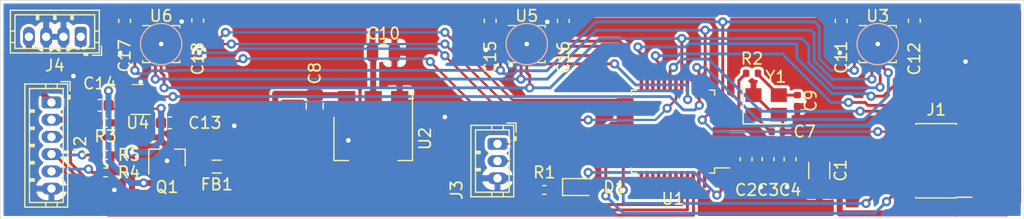
<source format=kicad_pcb>
(kicad_pcb (version 20171130) (host pcbnew "(5.1.10)-1")
  (layers (0 F.Cu signal) (31 B.Cu signal) (34 B.Paste user) (35 F.Paste user) (36 B.SilkS user) (37 F.SilkS user) (38 B.Mask user) (39 F.Mask user) (44 Edge.Cuts user))
  (net 0 "")
  (net 1 +3V3)
  (net 2 GND)
  (net 3 HSE_IN)
  (net 4 +5V)
  (net 5 "Net-(C9-Pad1)")
  (net 6 "Net-(D1-Pad1)")
  (net 7 STATUS_LED)
  (net 8 "Net-(FB1-Pad2)")
  (net 9 SWDIO)
  (net 10 SWCLK)
  (net 11 NRST)
  (net 12 VDC)
  (net 13 HIT_INT)
  (net 14 HIT_SCL)
  (net 15 HIT_SDA)
  (net 16 DBG_TX)
  (net 17 DBG_RX)
  (net 18 LED_DATA_5V)
  (net 19 HSE_OUT)
  (net 20 "Net-(R3-Pad1)")
  (net 21 KX_SCLK)
  (net 22 KX_MOSI)
  (net 23 KX1_CS)
  (net 24 LED_DATA_3V3)
  (net 25 KX2_CS)
  (net 26 KX_MISO)
  (net 27 KX3_CS)
  (net 28 KX1_TRIG)
  (net 29 KX1_INT1)
  (net 30 KX1_INT2)
  (net 31 KX2_TRIG)
  (net 32 KX2_INT1)
  (net 33 KX2_INT2)
  (net 34 KX3_TRIG)
  (net 35 KX3_INT1)
  (net 36 KX3_INT2)
  (net 37 +12V)
  (module Package_DFN_QFN:Texas_R_PUQFN-N12 (layer F.Cu) (at 112.268 108.966 180)
    (fp_text reference U4 (at 0 -2.032 180) (layer F.SilkS))
    (fp_text value TXB0104RUT)
    (pad 1 smd rect (at -0.65 -0.8 90) (size 0.2 0.6) (layers F.Cu F.Paste F.Mask) (net 1 +3V3))
    (pad 2 smd rect (at -0.65 -0.4 90) (size 0.2 0.6) (layers F.Cu F.Paste F.Mask) (net 24 LED_DATA_3V3))
    (pad 3 smd rect (at -0.65 0 90) (size 0.2 0.6) (layers F.Cu F.Paste F.Mask))
    (pad 4 smd rect (at -0.65 0.4 90) (size 0.2 0.6) (layers F.Cu F.Paste F.Mask))
    (pad 5 smd rect (at -0.65 0.8 90) (size 0.2 0.6) (layers F.Cu F.Paste F.Mask))
    (pad 6 smd rect (at 0 0.8 90) (size 0.6 0.2) (layers F.Cu F.Paste F.Mask) (net 2 GND))
    (pad 7 smd rect (at 0.65 0.8 90) (size 0.2 0.6) (layers F.Cu F.Paste F.Mask))
    (pad 8 smd rect (at 0.65 0.4 90) (size 0.2 0.6) (layers F.Cu F.Paste F.Mask))
    (pad 9 smd rect (at 0.65 0 90) (size 0.2 0.6) (layers F.Cu F.Paste F.Mask))
    (pad 10 smd rect (at 0.65 -0.4 90) (size 0.2 0.6) (layers F.Cu F.Paste F.Mask) (net 18 LED_DATA_5V))
    (pad 11 smd rect (at 0.65 -0.8 90) (size 0.2 0.6) (layers F.Cu F.Paste F.Mask) (net 4 +5V))
    (pad 12 smd rect (at 0 -0.8 90) (size 0.6 0.2) (layers F.Cu F.Paste F.Mask) (net 20 "Net-(R3-Pad1)"))
  )
  (module Capacitor_SMD:C_1206_3216Metric (layer F.Cu) (at 171.45 115.14 270)
    (fp_text reference C1 (at 0 -1.85 90) (layer F.SilkS))
    (fp_text value 4u7)
    (pad 1 smd roundrect (at -1.475 0 270) (size 1.15 1.8) (layers F.Cu F.Paste F.Mask) (roundrect_rratio 0.217391) (net 1 +3V3))
    (pad 2 smd roundrect (at 1.475 0 270) (size 1.15 1.8) (layers F.Cu F.Paste F.Mask) (roundrect_rratio 0.217391) (net 2 GND))
  )
  (module Capacitor_SMD:C_0603_1608Metric (layer F.Cu) (at 165.1 114.16 270)
    (fp_text reference C2 (at 2.68 0) (layer F.SilkS))
    (fp_text value 100n)
    (pad 2 smd roundrect (at 0.775 0 270) (size 0.9 0.95) (layers F.Cu F.Paste F.Mask) (net 2 GND))
    (pad 1 smd roundrect (at -0.775 0 270) (size 0.9 0.95) (layers F.Cu F.Paste F.Mask) (net 1 +3V3))
  )
  (module Capacitor_SMD:C_0603_1608Metric (layer F.Cu) (at 167.005 114.16 270)
    (fp_text reference C3 (at 2.68 0 180) (layer F.SilkS))
    (fp_text value 100n)
    (pad 1 smd roundrect (at -0.775 0 270) (size 0.9 0.95) (layers F.Cu F.Paste F.Mask) (net 1 +3V3))
    (pad 2 smd roundrect (at 0.775 0 270) (size 0.9 0.95) (layers F.Cu F.Paste F.Mask) (net 2 GND))
  )
  (module Capacitor_SMD:C_0603_1608Metric (layer F.Cu) (at 168.91 114.16 270)
    (fp_text reference C4 (at 2.68 0) (layer F.SilkS))
    (fp_text value 100n)
    (pad 2 smd roundrect (at 0.775 0 270) (size 0.9 0.95) (layers F.Cu F.Paste F.Mask) (net 2 GND))
    (pad 1 smd roundrect (at -0.775 0 270) (size 0.9 0.95) (layers F.Cu F.Paste F.Mask) (net 1 +3V3))
  )
  (module Capacitor_SMD:C_0402_1005Metric (layer F.Cu) (at 167.795 111.76)
    (fp_text reference C7 (at 2.385 0) (layer F.SilkS))
    (fp_text value 12p)
    (pad 1 smd roundrect (at -0.48 0) (size 0.56 0.62) (layers F.Cu F.Paste F.Mask) (net 3 HSE_IN))
    (pad 2 smd roundrect (at 0.48 0) (size 0.56 0.62) (layers F.Cu F.Paste F.Mask) (net 2 GND))
  )
  (module Capacitor_SMD:C_0805_2012Metric (layer F.Cu) (at 127.635 109.535 270)
    (fp_text reference C8 (at -2.855 0 90) (layer F.SilkS))
    (fp_text value 10u)
    (pad 1 smd roundrect (at -0.95 0 270) (size 1 1.45) (layers F.Cu F.Paste F.Mask) (net 4 +5V))
    (pad 2 smd roundrect (at 0.95 0 270) (size 1 1.45) (layers F.Cu F.Paste F.Mask) (net 2 GND))
  )
  (module Capacitor_SMD:C_0402_1005Metric (layer F.Cu) (at 169.545 109.065 270)
    (fp_text reference C9 (at 0 -1.16 90) (layer F.SilkS))
    (fp_text value 12p)
    (pad 2 smd roundrect (at 0.48 0 270) (size 0.56 0.62) (layers F.Cu F.Paste F.Mask) (net 2 GND))
    (pad 1 smd roundrect (at -0.48 0 270) (size 0.56 0.62) (layers F.Cu F.Paste F.Mask) (net 5 "Net-(C9-Pad1)"))
  )
  (module Capacitor_SMD:C_0805_2012Metric (layer F.Cu) (at 133.604 104.902)
    (fp_text reference C10 (at 0 -1.68) (layer F.SilkS))
    (fp_text value 10u)
    (pad 2 smd roundrect (at 0.95 0) (size 1 1.45) (layers F.Cu F.Paste F.Mask) (net 2 GND))
    (pad 1 smd roundrect (at -0.95 0) (size 1 1.45) (layers F.Cu F.Paste F.Mask) (net 1 +3V3))
  )
  (module Capacitor_SMD:C_0603_1608Metric (layer F.Cu) (at 173.355 102.121 270)
    (fp_text reference C11 (at 3.175 0 90) (layer F.SilkS))
    (fp_text value 100n)
    (pad 1 smd roundrect (at -0.775 0 270) (size 0.9 0.95) (layers F.Cu F.Paste F.Mask) (net 1 +3V3))
    (pad 2 smd roundrect (at 0.775 0 270) (size 0.9 0.95) (layers F.Cu F.Paste F.Mask) (net 2 GND))
  )
  (module Capacitor_SMD:C_0603_1608Metric (layer F.Cu) (at 179.705 102.108 270)
    (fp_text reference C12 (at 3.315 0 90) (layer F.SilkS))
    (fp_text value 100n)
    (pad 2 smd roundrect (at 0.775 0 270) (size 0.9 0.95) (layers F.Cu F.Paste F.Mask) (net 2 GND))
    (pad 1 smd roundrect (at -0.775 0 270) (size 0.9 0.95) (layers F.Cu F.Paste F.Mask) (net 1 +3V3))
  )
  (module Capacitor_SMD:C_0603_1608Metric (layer F.Cu) (at 115.062 110.998)
    (fp_text reference C13 (at 3.035 0) (layer F.SilkS))
    (fp_text value 100n)
    (pad 1 smd roundrect (at -0.775 0) (size 0.9 0.95) (layers F.Cu F.Paste F.Mask) (net 1 +3V3))
    (pad 2 smd roundrect (at 0.775 0) (size 0.9 0.95) (layers F.Cu F.Paste F.Mask) (net 2 GND))
  )
  (module Capacitor_SMD:C_0603_1608Metric (layer F.Cu) (at 108.966 109.474 180)
    (fp_text reference C14 (at 0 1.905) (layer F.SilkS))
    (fp_text value 100n)
    (pad 2 smd roundrect (at 0.775 0 180) (size 0.9 0.95) (layers F.Cu F.Paste F.Mask) (net 2 GND))
    (pad 1 smd roundrect (at -0.775 0 180) (size 0.9 0.95) (layers F.Cu F.Paste F.Mask) (net 4 +5V))
  )
  (module Capacitor_SMD:C_0603_1608Metric (layer F.Cu) (at 142.875 102.121 270)
    (fp_text reference C15 (at 3.175 0 90) (layer F.SilkS))
    (fp_text value 100n)
    (pad 1 smd roundrect (at -0.775 0 270) (size 0.9 0.95) (layers F.Cu F.Paste F.Mask) (net 1 +3V3))
    (pad 2 smd roundrect (at 0.775 0 270) (size 0.9 0.95) (layers F.Cu F.Paste F.Mask) (net 2 GND))
  )
  (module Capacitor_SMD:C_0603_1608Metric (layer F.Cu) (at 149.225 102.121 270)
    (fp_text reference C16 (at 3.175 0 90) (layer F.SilkS))
    (fp_text value 100n)
    (pad 1 smd roundrect (at -0.775 0 270) (size 0.9 0.95) (layers F.Cu F.Paste F.Mask) (net 1 +3V3))
    (pad 2 smd roundrect (at 0.775 0 270) (size 0.9 0.95) (layers F.Cu F.Paste F.Mask) (net 2 GND))
  )
  (module Capacitor_SMD:C_0603_1608Metric (layer F.Cu) (at 111.125 102.121 270)
    (fp_text reference C17 (at 3.035 0 90) (layer F.SilkS))
    (fp_text value 100n)
    (pad 2 smd roundrect (at 0.775 0 270) (size 0.9 0.95) (layers F.Cu F.Paste F.Mask) (net 2 GND))
    (pad 1 smd roundrect (at -0.775 0 270) (size 0.9 0.95) (layers F.Cu F.Paste F.Mask) (net 1 +3V3))
  )
  (module Capacitor_SMD:C_0603_1608Metric (layer F.Cu) (at 117.475 102.095 270)
    (fp_text reference C18 (at 3.315 0 90) (layer F.SilkS))
    (fp_text value 100n)
    (pad 1 smd roundrect (at -0.775 0 270) (size 0.9 0.95) (layers F.Cu F.Paste F.Mask) (net 1 +3V3))
    (pad 2 smd roundrect (at 0.775 0 270) (size 0.9 0.95) (layers F.Cu F.Paste F.Mask) (net 2 GND))
  )
  (module LED_SMD:LED_0603_1608Metric (layer F.Cu) (at 150.6475 116.586)
    (fp_text reference D1 (at 3.0225 0) (layer F.SilkS))
    (fp_text value LED)
    (pad 1 smd roundrect (at -0.7875 0) (size 0.875 0.95) (layers F.Cu F.Paste F.Mask) (net 6 "Net-(D1-Pad1)"))
    (pad 2 smd roundrect (at 0.7875 0) (size 0.875 0.95) (layers F.Cu F.Paste F.Mask) (net 7 STATUS_LED))
  )
  (module Inductor_SMD:L_0805_2012Metric (layer F.Cu) (at 119.126 114.808 180)
    (fp_text reference FB1 (at 0 -1.55) (layer F.SilkS))
    (fp_text value GZ2012D101TF)
    (pad 1 smd roundrect (at -1.0625 0 180) (size 0.875 1.2) (layers F.Cu F.Paste F.Mask) (net 4 +5V))
    (pad 2 smd roundrect (at 1.0625 0 180) (size 0.875 1.2) (layers F.Cu F.Paste F.Mask) (net 8 "Net-(FB1-Pad2)"))
  )
  (module Connector_PinHeader_1.27mm:PinHeader_2x05_P1.27mm_Vertical_SMD (layer F.Cu) (at 181.61 114.3 180)
    (fp_text reference J1 (at 0 4.445) (layer F.SilkS))
    (fp_text value SWD)
    (pad 1 smd rect (at -1.95 -2.54 180) (size 2.4 0.74) (layers F.Cu F.Paste F.Mask) (net 1 +3V3))
    (pad 2 smd rect (at 1.95 -2.54 180) (size 2.4 0.74) (layers F.Cu F.Paste F.Mask) (net 9 SWDIO))
    (pad 3 smd rect (at -1.95 -1.27 180) (size 2.4 0.74) (layers F.Cu F.Paste F.Mask) (net 2 GND))
    (pad 4 smd rect (at 1.95 -1.27 180) (size 2.4 0.74) (layers F.Cu F.Paste F.Mask) (net 10 SWCLK))
    (pad 5 smd rect (at -1.95 0 180) (size 2.4 0.74) (layers F.Cu F.Paste F.Mask) (net 2 GND))
    (pad 6 smd rect (at 1.95 0 180) (size 2.4 0.74) (layers F.Cu F.Paste F.Mask))
    (pad 7 smd rect (at -1.95 1.27 180) (size 2.4 0.74) (layers F.Cu F.Paste F.Mask))
    (pad 8 smd rect (at 1.95 1.27 180) (size 2.4 0.74) (layers F.Cu F.Paste F.Mask))
    (pad 9 smd rect (at -1.95 2.54 180) (size 2.4 0.74) (layers F.Cu F.Paste F.Mask) (net 2 GND))
    (pad 10 smd rect (at 1.95 2.54 180) (size 2.4 0.74) (layers F.Cu F.Paste F.Mask) (net 11 NRST))
  )
  (module Connector_JST2:JST_ZH_B3B-ZR_1x03_P1.50mm_Vertical (layer F.Cu) (at 143.51 112.824 270)
    (fp_text reference J3 (at 4.016 3.556 90) (layer F.SilkS))
    (fp_text value DBG_PORT)
    (pad 1 thru_hole roundrect (at 0 0 270) (size 1.03 1.73) (drill 0.73) (layers *.Cu *.Mask) (roundrect_rratio 0.242718) (net 16 DBG_TX))
    (pad 2 thru_hole oval (at 1.5 0 270) (size 1.03 1.73) (drill 0.73) (layers *.Cu *.Mask) (net 17 DBG_RX))
    (pad 3 thru_hole oval (at 3 0 270) (size 1.03 1.73) (drill 0.73) (layers *.Cu *.Mask) (net 2 GND))
  )
  (module Package_TO_SOT_SMD:SOT-23 (layer F.Cu) (at 114.808 114.046 90)
    (fp_text reference Q1 (at -2.54 0 180) (layer F.SilkS))
    (fp_text value Si2319CDS)
    (pad 1 smd rect (at -1 -0.95 90) (size 0.9 0.8) (layers F.Cu F.Paste F.Mask) (net 2 GND))
    (pad 2 smd rect (at -1 0.95 90) (size 0.9 0.8) (layers F.Cu F.Paste F.Mask) (net 8 "Net-(FB1-Pad2)"))
    (pad 3 smd rect (at 1 0 90) (size 0.9 0.8) (layers F.Cu F.Paste F.Mask) (net 12 VDC))
  )
  (module Resistor_SMD:R_0402_1005Metric (layer F.Cu) (at 147.574 116.84)
    (fp_text reference R1 (at 0 -1.524) (layer F.SilkS))
    (fp_text value 1k5)
    (pad 1 smd roundrect (at -0.51 0) (size 0.54 0.64) (layers F.Cu F.Paste F.Mask) (net 2 GND))
    (pad 2 smd roundrect (at 0.51 0) (size 0.54 0.64) (layers F.Cu F.Paste F.Mask) (net 6 "Net-(D1-Pad1)"))
  )
  (module Resistor_SMD:R_0402_1005Metric (layer F.Cu) (at 165.61 106.68)
    (fp_text reference R2 (at 0 -1.27) (layer F.SilkS))
    (fp_text value 47)
    (pad 2 smd roundrect (at 0.51 0) (size 0.54 0.64) (layers F.Cu F.Paste F.Mask) (net 5 "Net-(C9-Pad1)"))
    (pad 1 smd roundrect (at -0.51 0) (size 0.54 0.64) (layers F.Cu F.Paste F.Mask) (net 19 HSE_OUT))
  )
  (module Resistor_SMD:R_0402_1005Metric (layer F.Cu) (at 109.474 110.998 180)
    (fp_text reference R3 (at 0 -1.17) (layer F.SilkS))
    (fp_text value 100K)
    (pad 1 smd roundrect (at -0.51 0 180) (size 0.54 0.64) (layers F.Cu F.Paste F.Mask) (net 20 "Net-(R3-Pad1)"))
    (pad 2 smd roundrect (at 0.51 0 180) (size 0.54 0.64) (layers F.Cu F.Paste F.Mask) (net 2 GND))
  )
  (module Resistor_SMD:R_0402_1005Metric (layer F.Cu) (at 109.472 115.316)
    (fp_text reference R4 (at 2.034 0) (layer F.SilkS))
    (fp_text value 4K7)
    (pad 1 smd roundrect (at -0.51 0) (size 0.54 0.64) (layers F.Cu F.Paste F.Mask) (net 15 HIT_SDA))
    (pad 2 smd roundrect (at 0.51 0) (size 0.54 0.64) (layers F.Cu F.Paste F.Mask) (net 2 GND))
  )
  (module Resistor_SMD:R_0402_1005Metric (layer F.Cu) (at 109.472 113.792)
    (fp_text reference R5 (at 2.034 0) (layer F.SilkS))
    (fp_text value 4K7)
    (pad 2 smd roundrect (at 0.51 0) (size 0.54 0.64) (layers F.Cu F.Paste F.Mask) (net 2 GND))
    (pad 1 smd roundrect (at -0.51 0) (size 0.54 0.64) (layers F.Cu F.Paste F.Mask) (net 14 HIT_SCL))
  )
  (module Package_QFP:LQFP-48_7x7mm_P0.5mm (layer F.Cu) (at 158.75 111.76 180)
    (fp_text reference U1 (at 0 -5.85) (layer F.SilkS))
    (fp_text value STM32G030C8T6)
    (pad 1 smd roundrect (at -4.1625 -2.75 180) (size 1.475 0.3) (layers F.Cu F.Paste F.Mask) (net 7 STATUS_LED))
    (pad 2 smd roundrect (at -4.1625 -2.25 180) (size 1.475 0.3) (layers F.Cu F.Paste F.Mask))
    (pad 3 smd roundrect (at -4.1625 -1.75 180) (size 1.475 0.3) (layers F.Cu F.Paste F.Mask))
    (pad 4 smd roundrect (at -4.1625 -1.25 180) (size 1.475 0.3) (layers F.Cu F.Paste F.Mask) (net 1 +3V3))
    (pad 5 smd roundrect (at -4.1625 -0.75 180) (size 1.475 0.3) (layers F.Cu F.Paste F.Mask) (net 1 +3V3))
    (pad 6 smd roundrect (at -4.1625 -0.25 180) (size 1.475 0.3) (layers F.Cu F.Paste F.Mask) (net 1 +3V3))
    (pad 7 smd roundrect (at -4.1625 0.25 180) (size 1.475 0.3) (layers F.Cu F.Paste F.Mask) (net 2 GND))
    (pad 8 smd roundrect (at -4.1625 0.75 180) (size 1.475 0.3) (layers F.Cu F.Paste F.Mask) (net 3 HSE_IN))
    (pad 9 smd roundrect (at -4.1625 1.25 180) (size 1.475 0.3) (layers F.Cu F.Paste F.Mask) (net 19 HSE_OUT))
    (pad 10 smd roundrect (at -4.1625 1.75 180) (size 1.475 0.3) (layers F.Cu F.Paste F.Mask) (net 11 NRST))
    (pad 11 smd roundrect (at -4.1625 2.25 180) (size 1.475 0.3) (layers F.Cu F.Paste F.Mask))
    (pad 12 smd roundrect (at -4.1625 2.75 180) (size 1.475 0.3) (layers F.Cu F.Paste F.Mask) (net 21 KX_SCLK))
    (pad 13 smd roundrect (at -2.75 4.1625 180) (size 0.3 1.475) (layers F.Cu F.Paste F.Mask) (net 22 KX_MOSI))
    (pad 14 smd roundrect (at -2.25 4.1625 180) (size 0.3 1.475) (layers F.Cu F.Paste F.Mask) (net 23 KX1_CS))
    (pad 15 smd roundrect (at -1.75 4.1625 180) (size 0.3 1.475) (layers F.Cu F.Paste F.Mask) (net 24 LED_DATA_3V3))
    (pad 16 smd roundrect (at -1.25 4.1625 180) (size 0.3 1.475) (layers F.Cu F.Paste F.Mask) (net 25 KX2_CS))
    (pad 17 smd roundrect (at -0.75 4.1625 180) (size 0.3 1.475) (layers F.Cu F.Paste F.Mask) (net 26 KX_MISO))
    (pad 18 smd roundrect (at -0.25 4.1625 180) (size 0.3 1.475) (layers F.Cu F.Paste F.Mask) (net 27 KX3_CS))
    (pad 19 smd roundrect (at 0.25 4.1625 180) (size 0.3 1.475) (layers F.Cu F.Paste F.Mask) (net 28 KX1_TRIG))
    (pad 20 smd roundrect (at 0.75 4.1625 180) (size 0.3 1.475) (layers F.Cu F.Paste F.Mask) (net 29 KX1_INT1))
    (pad 21 smd roundrect (at 1.25 4.1625 180) (size 0.3 1.475) (layers F.Cu F.Paste F.Mask) (net 30 KX1_INT2))
    (pad 22 smd roundrect (at 1.75 4.1625 180) (size 0.3 1.475) (layers F.Cu F.Paste F.Mask) (net 31 KX2_TRIG))
    (pad 23 smd roundrect (at 2.25 4.1625 180) (size 0.3 1.475) (layers F.Cu F.Paste F.Mask) (net 32 KX2_INT1))
    (pad 24 smd roundrect (at 2.75 4.1625 180) (size 0.3 1.475) (layers F.Cu F.Paste F.Mask) (net 33 KX2_INT2))
    (pad 25 smd roundrect (at 4.1625 2.75 180) (size 1.475 0.3) (layers F.Cu F.Paste F.Mask) (net 34 KX3_TRIG))
    (pad 26 smd roundrect (at 4.1625 2.25 180) (size 1.475 0.3) (layers F.Cu F.Paste F.Mask) (net 35 KX3_INT1))
    (pad 27 smd roundrect (at 4.1625 1.75 180) (size 1.475 0.3) (layers F.Cu F.Paste F.Mask) (net 36 KX3_INT2))
    (pad 28 smd roundrect (at 4.1625 1.25 180) (size 1.475 0.3) (layers F.Cu F.Paste F.Mask))
    (pad 29 smd roundrect (at 4.1625 0.75 180) (size 1.475 0.3) (layers F.Cu F.Paste F.Mask) (net 16 DBG_TX))
    (pad 30 smd roundrect (at 4.1625 0.25 180) (size 1.475 0.3) (layers F.Cu F.Paste F.Mask))
    (pad 31 smd roundrect (at 4.1625 -0.25 180) (size 1.475 0.3) (layers F.Cu F.Paste F.Mask))
    (pad 32 smd roundrect (at 4.1625 -0.75 180) (size 1.475 0.3) (layers F.Cu F.Paste F.Mask) (net 17 DBG_RX))
    (pad 33 smd roundrect (at 4.1625 -1.25 180) (size 1.475 0.3) (layers F.Cu F.Paste F.Mask))
    (pad 34 smd roundrect (at 4.1625 -1.75 180) (size 1.475 0.3) (layers F.Cu F.Paste F.Mask))
    (pad 35 smd roundrect (at 4.1625 -2.25 180) (size 1.475 0.3) (layers F.Cu F.Paste F.Mask) (net 9 SWDIO))
    (pad 36 smd roundrect (at 4.1625 -2.75 180) (size 1.475 0.3) (layers F.Cu F.Paste F.Mask) (net 10 SWCLK))
    (pad 37 smd roundrect (at 2.75 -4.1625 180) (size 0.3 1.475) (layers F.Cu F.Paste F.Mask))
    (pad 38 smd roundrect (at 2.25 -4.1625 180) (size 0.3 1.475) (layers F.Cu F.Paste F.Mask))
    (pad 39 smd roundrect (at 1.75 -4.1625 180) (size 0.3 1.475) (layers F.Cu F.Paste F.Mask))
    (pad 40 smd roundrect (at 1.25 -4.1625 180) (size 0.3 1.475) (layers F.Cu F.Paste F.Mask))
    (pad 41 smd roundrect (at 0.75 -4.1625 180) (size 0.3 1.475) (layers F.Cu F.Paste F.Mask))
    (pad 42 smd roundrect (at 0.25 -4.1625 180) (size 0.3 1.475) (layers F.Cu F.Paste F.Mask))
    (pad 43 smd roundrect (at -0.25 -4.1625 180) (size 0.3 1.475) (layers F.Cu F.Paste F.Mask))
    (pad 44 smd roundrect (at -0.75 -4.1625 180) (size 0.3 1.475) (layers F.Cu F.Paste F.Mask) (net 13 HIT_INT))
    (pad 45 smd roundrect (at -1.25 -4.1625 180) (size 0.3 1.475) (layers F.Cu F.Paste F.Mask) (net 14 HIT_SCL))
    (pad 46 smd roundrect (at -1.75 -4.1625 180) (size 0.3 1.475) (layers F.Cu F.Paste F.Mask) (net 15 HIT_SDA))
    (pad 47 smd roundrect (at -2.25 -4.1625 180) (size 0.3 1.475) (layers F.Cu F.Paste F.Mask))
    (pad 48 smd roundrect (at -2.75 -4.1625 180) (size 0.3 1.475) (layers F.Cu F.Paste F.Mask))
  )
  (module Package_TO_SOT_SMD:SOT-223-3_TabPin2 (layer F.Cu) (at 132.715 112.37 270)
    (fp_text reference U2 (at 0 -4.5 90) (layer F.SilkS))
    (fp_text value AMS1117-3.3)
    (pad 2 smd rect (at 3.15 0 270) (size 2 3.8) (layers F.Cu F.Paste F.Mask) (net 1 +3V3))
    (pad 2 smd rect (at -3.15 0 270) (size 2 1.5) (layers F.Cu F.Paste F.Mask) (net 1 +3V3))
    (pad 3 smd rect (at -3.15 2.3 270) (size 2 1.5) (layers F.Cu F.Paste F.Mask) (net 4 +5V))
    (pad 1 smd rect (at -3.15 -2.3 270) (size 2 1.5) (layers F.Cu F.Paste F.Mask) (net 2 GND))
  )
  (module Package_LGA:LGA-16_3x3mm_P0.5mm_LayoutBorder3x5y (layer F.Cu) (at 176.53 104.14)
    (fp_text reference U3 (at 0 -2.45) (layer F.SilkS))
    (fp_text value KX023)
    (pad 1 smd roundrect (at -1.225 -1) (size 0.55 0.35) (layers F.Cu F.Paste F.Mask) (net 1 +3V3))
    (pad 2 smd roundrect (at -1.225 -0.5) (size 0.55 0.35) (layers F.Cu F.Paste F.Mask))
    (pad 3 smd roundrect (at -1.225 0) (size 0.55 0.35) (layers F.Cu F.Paste F.Mask))
    (pad 4 smd roundrect (at -1.225 0.5) (size 0.55 0.35) (layers F.Cu F.Paste F.Mask) (net 21 KX_SCLK))
    (pad 5 smd roundrect (at -1.225 1) (size 0.55 0.35) (layers F.Cu F.Paste F.Mask) (net 2 GND))
    (pad 6 smd roundrect (at -0.5 1.225) (size 0.35 0.55) (layers F.Cu F.Paste F.Mask) (net 22 KX_MOSI))
    (pad 7 smd roundrect (at 0 1.225) (size 0.35 0.55) (layers F.Cu F.Paste F.Mask) (net 26 KX_MISO))
    (pad 8 smd roundrect (at 0.5 1.225) (size 0.35 0.55) (layers F.Cu F.Paste F.Mask) (net 23 KX1_CS))
    (pad 9 smd roundrect (at 1.225 1) (size 0.55 0.35) (layers F.Cu F.Paste F.Mask) (net 30 KX1_INT2))
    (pad 10 smd roundrect (at 1.225 0.5) (size 0.55 0.35) (layers F.Cu F.Paste F.Mask))
    (pad 11 smd roundrect (at 1.225 0) (size 0.55 0.35) (layers F.Cu F.Paste F.Mask) (net 29 KX1_INT1))
    (pad 12 smd roundrect (at 1.225 -0.5) (size 0.55 0.35) (layers F.Cu F.Paste F.Mask) (net 2 GND))
    (pad 13 smd roundrect (at 1.225 -1) (size 0.55 0.35) (layers F.Cu F.Paste F.Mask) (net 28 KX1_TRIG))
    (pad 14 smd roundrect (at 0.5 -1.225) (size 0.35 0.55) (layers F.Cu F.Paste F.Mask) (net 1 +3V3))
    (pad 15 smd roundrect (at 0 -1.225) (size 0.35 0.55) (layers F.Cu F.Paste F.Mask))
    (pad 16 smd roundrect (at -0.5 -1.225) (size 0.35 0.55) (layers F.Cu F.Paste F.Mask))
  )
  (module Package_LGA:LGA-16_3x3mm_P0.5mm_LayoutBorder3x5y (layer F.Cu) (at 146.05 104.14)
    (fp_text reference U5 (at 0 -2.45) (layer F.SilkS))
    (fp_text value KX023)
    (pad 16 smd roundrect (at -0.5 -1.225) (size 0.35 0.55) (layers F.Cu F.Paste F.Mask))
    (pad 15 smd roundrect (at 0 -1.225) (size 0.35 0.55) (layers F.Cu F.Paste F.Mask))
    (pad 14 smd roundrect (at 0.5 -1.225) (size 0.35 0.55) (layers F.Cu F.Paste F.Mask) (net 1 +3V3))
    (pad 13 smd roundrect (at 1.225 -1) (size 0.55 0.35) (layers F.Cu F.Paste F.Mask) (net 31 KX2_TRIG))
    (pad 12 smd roundrect (at 1.225 -0.5) (size 0.55 0.35) (layers F.Cu F.Paste F.Mask) (net 2 GND))
    (pad 11 smd roundrect (at 1.225 0) (size 0.55 0.35) (layers F.Cu F.Paste F.Mask) (net 32 KX2_INT1))
    (pad 10 smd roundrect (at 1.225 0.5) (size 0.55 0.35) (layers F.Cu F.Paste F.Mask))
    (pad 9 smd roundrect (at 1.225 1) (size 0.55 0.35) (layers F.Cu F.Paste F.Mask) (net 33 KX2_INT2))
    (pad 8 smd roundrect (at 0.5 1.225) (size 0.35 0.55) (layers F.Cu F.Paste F.Mask) (net 25 KX2_CS))
    (pad 7 smd roundrect (at 0 1.225) (size 0.35 0.55) (layers F.Cu F.Paste F.Mask) (net 26 KX_MISO))
    (pad 6 smd roundrect (at -0.5 1.225) (size 0.35 0.55) (layers F.Cu F.Paste F.Mask) (net 22 KX_MOSI))
    (pad 5 smd roundrect (at -1.225 1) (size 0.55 0.35) (layers F.Cu F.Paste F.Mask) (net 2 GND))
    (pad 4 smd roundrect (at -1.225 0.5) (size 0.55 0.35) (layers F.Cu F.Paste F.Mask) (net 21 KX_SCLK))
    (pad 3 smd roundrect (at -1.225 0) (size 0.55 0.35) (layers F.Cu F.Paste F.Mask))
    (pad 2 smd roundrect (at -1.225 -0.5) (size 0.55 0.35) (layers F.Cu F.Paste F.Mask))
    (pad 1 smd roundrect (at -1.225 -1) (size 0.55 0.35) (layers F.Cu F.Paste F.Mask) (net 1 +3V3))
  )
  (module Package_LGA:LGA-16_3x3mm_P0.5mm_LayoutBorder3x5y (layer F.Cu) (at 114.3 104.14)
    (fp_text reference U6 (at 0 -2.45) (layer F.SilkS))
    (fp_text value KX023)
    (pad 1 smd roundrect (at -1.225 -1) (size 0.55 0.35) (layers F.Cu F.Paste F.Mask) (net 1 +3V3))
    (pad 2 smd roundrect (at -1.225 -0.5) (size 0.55 0.35) (layers F.Cu F.Paste F.Mask))
    (pad 3 smd roundrect (at -1.225 0) (size 0.55 0.35) (layers F.Cu F.Paste F.Mask))
    (pad 4 smd roundrect (at -1.225 0.5) (size 0.55 0.35) (layers F.Cu F.Paste F.Mask) (net 21 KX_SCLK))
    (pad 5 smd roundrect (at -1.225 1) (size 0.55 0.35) (layers F.Cu F.Paste F.Mask) (net 2 GND))
    (pad 6 smd roundrect (at -0.5 1.225) (size 0.35 0.55) (layers F.Cu F.Paste F.Mask) (net 22 KX_MOSI))
    (pad 7 smd roundrect (at 0 1.225) (size 0.35 0.55) (layers F.Cu F.Paste F.Mask) (net 26 KX_MISO))
    (pad 8 smd roundrect (at 0.5 1.225) (size 0.35 0.55) (layers F.Cu F.Paste F.Mask) (net 27 KX3_CS))
    (pad 9 smd roundrect (at 1.225 1) (size 0.55 0.35) (layers F.Cu F.Paste F.Mask) (net 36 KX3_INT2))
    (pad 10 smd roundrect (at 1.225 0.5) (size 0.55 0.35) (layers F.Cu F.Paste F.Mask))
    (pad 11 smd roundrect (at 1.225 0) (size 0.55 0.35) (layers F.Cu F.Paste F.Mask) (net 35 KX3_INT1))
    (pad 12 smd roundrect (at 1.225 -0.5) (size 0.55 0.35) (layers F.Cu F.Paste F.Mask) (net 2 GND))
    (pad 13 smd roundrect (at 1.225 -1) (size 0.55 0.35) (layers F.Cu F.Paste F.Mask) (net 34 KX3_TRIG))
    (pad 14 smd roundrect (at 0.5 -1.225) (size 0.35 0.55) (layers F.Cu F.Paste F.Mask) (net 1 +3V3))
    (pad 15 smd roundrect (at 0 -1.225) (size 0.35 0.55) (layers F.Cu F.Paste F.Mask))
    (pad 16 smd roundrect (at -0.5 -1.225) (size 0.35 0.55) (layers F.Cu F.Paste F.Mask))
  )
  (module Crystal:Crystal_SMD_3225-4Pin_3.2x2.5mm (layer F.Cu) (at 166.835 109.435)
    (fp_text reference Y1 (at 0.85 -2.45) (layer F.SilkS))
    (fp_text value 16MHz)
    (pad 1 smd rect (at -1.1 0.85) (size 1.4 1.2) (layers F.Cu F.Paste F.Mask) (net 3 HSE_IN))
    (pad 2 smd rect (at 1.1 0.85) (size 1.4 1.2) (layers F.Cu F.Paste F.Mask) (net 2 GND))
    (pad 3 smd rect (at 1.1 -0.85) (size 1.4 1.2) (layers F.Cu F.Paste F.Mask) (net 5 "Net-(C9-Pad1)"))
    (pad 4 smd rect (at -1.1 -0.85) (size 1.4 1.2) (layers F.Cu F.Paste F.Mask) (net 2 GND))
  )
  (module Connector_JST2:JST_ZH_B6B-ZR_1x06_P1.50mm_Vertical (layer F.Cu) (at 104.775 109.22 270)
    (fp_text reference J2 (at 3.75 -2.5 90) (layer F.SilkS))
    (fp_text value Conn_01x06_Male)
    (pad 1 thru_hole roundrect (at 0 0 270) (size 1.03 1.73) (drill 0.73) (layers *.Cu *.Mask) (roundrect_rratio 0.242718) (net 37 +12V))
    (pad 2 thru_hole oval (at 1.5 0 270) (size 1.03 1.73) (drill 0.73) (layers *.Cu *.Mask) (net 12 VDC))
    (pad 3 thru_hole oval (at 3 0 270) (size 1.03 1.73) (drill 0.73) (layers *.Cu *.Mask) (net 13 HIT_INT))
    (pad 4 thru_hole oval (at 4.5 0 270) (size 1.03 1.73) (drill 0.73) (layers *.Cu *.Mask) (net 14 HIT_SCL))
    (pad 5 thru_hole oval (at 6 0 270) (size 1.03 1.73) (drill 0.73) (layers *.Cu *.Mask) (net 15 HIT_SDA))
    (pad 6 thru_hole oval (at 7.5 0 270) (size 1.03 1.73) (drill 0.73) (layers *.Cu *.Mask) (net 2 GND))
  )
  (module Connector_JST2:JST_ZH_B4B-ZR_1x04_P1.50mm_Vertical (layer F.Cu) (at 107.315 103.505 180)
    (fp_text reference J4 (at 2.25 -2.5) (layer F.SilkS))
    (fp_text value Conn_01x04_Male)
    (pad 1 thru_hole roundrect (at 0 0 180) (size 1.03 1.73) (drill 0.73) (layers *.Cu *.Mask) (roundrect_rratio 0.242718) (net 18 LED_DATA_5V))
    (pad 2 thru_hole oval (at 1.5 0 180) (size 1.03 1.73) (drill 0.73) (layers *.Cu *.Mask) (net 2 GND))
    (pad 3 thru_hole oval (at 3 0 180) (size 1.03 1.73) (drill 0.73) (layers *.Cu *.Mask) (net 2 GND))
    (pad 4 thru_hole oval (at 4.5 0 180) (size 1.03 1.73) (drill 0.73) (layers *.Cu *.Mask) (net 37 +12V))
  )
  (gr_circle (center 176.53 104.14) (end 177.8 105.41) (layer B.SilkS) (width 0.12))
  (gr_circle (center 146.05 104.14) (end 147.32 105.41) (layer B.SilkS) (width 0.12))
  (gr_circle (center 114.3 104.14) (end 115.57 105.41) (layer B.SilkS) (width 0.12))
  (gr_line (start 189.23 100.33) (end 100.33 100.33) (layer Edge.Cuts) (width 0.05))
  (gr_line (start 189.23 119.38) (end 189.23 100.33) (layer Edge.Cuts) (width 0.05))
  (gr_line (start 100.33 119.38) (end 189.23 119.38) (layer Edge.Cuts) (width 0.05))
  (gr_line (start 100.33 100.33) (end 100.33 119.38) (layer Edge.Cuts) (width 0.05))
  (segment (start 168.91 113.385) (end 167.005 113.385) (width 0.524) (layer F.Cu) (net 1))
  (segment (start 167.005 113.385) (end 165.1 113.385) (width 0.524) (layer F.Cu) (net 1))
  (segment (start 169.19 113.665) (end 168.91 113.385) (width 0.524) (layer F.Cu) (net 1))
  (segment (start 171.45 113.665) (end 169.19 113.665) (width 0.524) (layer F.Cu) (net 1))
  (segment (start 164.725 113.01) (end 165.1 113.385) (width 0.25) (layer F.Cu) (net 1))
  (segment (start 162.9125 113.01) (end 164.725 113.01) (width 0.25) (layer F.Cu) (net 1))
  (segment (start 162.9125 112.51) (end 164.985 112.51) (width 0.25) (layer F.Cu) (net 1))
  (segment (start 165.1 112.625) (end 165.1 113.385) (width 0.25) (layer F.Cu) (net 1))
  (segment (start 164.985 112.51) (end 165.1 112.625) (width 0.25) (layer F.Cu) (net 1))
  (segment (start 162.9125 112.01) (end 164.85 112.01) (width 0.25) (layer F.Cu) (net 1))
  (segment (start 165.1 112.26) (end 165.1 112.625) (width 0.25) (layer F.Cu) (net 1))
  (segment (start 164.85 112.01) (end 165.1 112.26) (width 0.25) (layer F.Cu) (net 1))
  (segment (start 132.715 104.963) (end 132.654 104.902) (width 0.524) (layer F.Cu) (net 1))
  (segment (start 132.715 109.22) (end 132.715 104.963) (width 0.524) (layer F.Cu) (net 1))
  (segment (start 132.654 104.902) (end 132.654 101.412) (width 0.524) (layer F.Cu) (net 1))
  (segment (start 132.562 101.32) (end 117.475 101.32) (width 0.524) (layer F.Cu) (net 1))
  (segment (start 132.654 101.412) (end 132.562 101.32) (width 0.524) (layer F.Cu) (net 1))
  (segment (start 111.151 101.32) (end 111.125 101.346) (width 0.524) (layer F.Cu) (net 1))
  (segment (start 142.809 101.412) (end 142.875 101.346) (width 0.524) (layer F.Cu) (net 1))
  (segment (start 132.654 101.412) (end 142.809 101.412) (width 0.524) (layer F.Cu) (net 1))
  (segment (start 149.225 101.346) (end 172.212 101.346) (width 0.524) (layer F.Cu) (net 1))
  (segment (start 172.212 101.346) (end 173.355 101.346) (width 0.524) (layer F.Cu) (net 1))
  (segment (start 179.692 101.346) (end 179.705 101.333) (width 0.524) (layer F.Cu) (net 1))
  (segment (start 113.075 103.14) (end 113.075 101.555) (width 0.25) (layer F.Cu) (net 1))
  (segment (start 113.075 101.555) (end 113.31 101.32) (width 0.25) (layer F.Cu) (net 1))
  (segment (start 113.31 101.32) (end 111.151 101.32) (width 0.524) (layer F.Cu) (net 1))
  (segment (start 114.8 101.338) (end 114.782 101.32) (width 0.25) (layer F.Cu) (net 1))
  (segment (start 114.8 102.915) (end 114.8 101.338) (width 0.25) (layer F.Cu) (net 1))
  (segment (start 114.782 101.32) (end 113.31 101.32) (width 0.524) (layer F.Cu) (net 1))
  (segment (start 117.475 101.32) (end 114.782 101.32) (width 0.524) (layer F.Cu) (net 1))
  (segment (start 146.55 101.608) (end 146.812 101.346) (width 0.25) (layer F.Cu) (net 1))
  (segment (start 146.55 102.915) (end 146.55 101.608) (width 0.25) (layer F.Cu) (net 1))
  (segment (start 146.812 101.346) (end 149.225 101.346) (width 0.524) (layer F.Cu) (net 1))
  (segment (start 144.825 101.391) (end 144.78 101.346) (width 0.25) (layer F.Cu) (net 1))
  (segment (start 144.825 103.14) (end 144.825 101.391) (width 0.25) (layer F.Cu) (net 1))
  (segment (start 144.78 101.346) (end 146.812 101.346) (width 0.524) (layer F.Cu) (net 1))
  (segment (start 142.875 101.346) (end 144.78 101.346) (width 0.524) (layer F.Cu) (net 1))
  (segment (start 175.305 101.391) (end 175.26 101.346) (width 0.25) (layer F.Cu) (net 1))
  (segment (start 175.305 103.14) (end 175.305 101.391) (width 0.25) (layer F.Cu) (net 1))
  (segment (start 173.355 101.346) (end 175.26 101.346) (width 0.524) (layer F.Cu) (net 1))
  (segment (start 177.03 101.592) (end 176.784 101.346) (width 0.25) (layer F.Cu) (net 1))
  (segment (start 177.03 102.915) (end 177.03 101.592) (width 0.25) (layer F.Cu) (net 1))
  (segment (start 176.784 101.346) (end 179.692 101.346) (width 0.524) (layer F.Cu) (net 1))
  (segment (start 175.26 101.346) (end 176.784 101.346) (width 0.524) (layer F.Cu) (net 1))
  (segment (start 179.718 101.346) (end 179.705 101.333) (width 0.524) (layer F.Cu) (net 1))
  (segment (start 188.722 101.346) (end 179.718 101.346) (width 0.524) (layer F.Cu) (net 1))
  (segment (start 188.722 116.84) (end 188.722 101.346) (width 0.524) (layer F.Cu) (net 1))
  (segment (start 173.228 115.443) (end 171.45 113.665) (width 0.524) (layer F.Cu) (net 1))
  (segment (start 173.228 118.872) (end 173.228 115.443) (width 0.524) (layer F.Cu) (net 1))
  (segment (start 188.722 117.856) (end 187.706 118.872) (width 0.524) (layer F.Cu) (net 1))
  (segment (start 188.722 116.84) (end 188.722 117.856) (width 0.524) (layer F.Cu) (net 1))
  (segment (start 183.56 118.7) (end 183.388 118.872) (width 0.524) (layer F.Cu) (net 1))
  (segment (start 183.56 116.84) (end 183.56 118.7) (width 0.524) (layer F.Cu) (net 1))
  (segment (start 183.388 118.872) (end 173.228 118.872) (width 0.524) (layer F.Cu) (net 1))
  (segment (start 187.706 118.872) (end 183.388 118.872) (width 0.524) (layer F.Cu) (net 1))
  (segment (start 132.715 109.22) (end 132.715 115.52) (width 0.524) (layer F.Cu) (net 1))
  (segment (start 131.141 117.094) (end 114.3 117.094) (width 0.524) (layer F.Cu) (net 1))
  (segment (start 132.715 115.52) (end 131.141 117.094) (width 0.524) (layer F.Cu) (net 1))
  (via (at 114.3 109.728) (size 0.8) (drill 0.4) (layers F.Cu B.Cu) (net 1))
  (segment (start 114.3 110.985) (end 114.287 110.998) (width 0.524) (layer F.Cu) (net 1))
  (segment (start 114.3 109.728) (end 114.3 110.985) (width 0.524) (layer F.Cu) (net 1))
  (segment (start 114.262 109.766) (end 112.918 109.766) (width 0.2) (layer F.Cu) (net 1))
  (segment (start 114.3 109.728) (end 114.262 109.766) (width 0.2) (layer F.Cu) (net 1))
  (segment (start 114.3 117.094) (end 111.76 117.094) (width 0.524) (layer F.Cu) (net 1))
  (via (at 111.76 113.538) (size 0.8) (drill 0.4) (layers F.Cu B.Cu) (net 1))
  (segment (start 111.76 117.094) (end 111.76 113.538) (width 0.524) (layer F.Cu) (net 1))
  (segment (start 111.76 113.538) (end 113.284 113.538) (width 0.524) (layer B.Cu) (net 1))
  (segment (start 114.3 112.522) (end 114.3 109.728) (width 0.524) (layer B.Cu) (net 1))
  (segment (start 113.284 113.538) (end 114.3 112.522) (width 0.524) (layer B.Cu) (net 1))
  (segment (start 168.275 112.07) (end 168.275 111.76) (width 0.25) (layer F.Cu) (net 2))
  (segment (start 167.94999 112.39501) (end 168.275 112.07) (width 0.25) (layer F.Cu) (net 2))
  (segment (start 166.982384 112.39501) (end 167.94999 112.39501) (width 0.25) (layer F.Cu) (net 2))
  (segment (start 166.097374 111.51) (end 166.982384 112.39501) (width 0.25) (layer F.Cu) (net 2))
  (segment (start 162.9125 111.51) (end 166.097374 111.51) (width 0.25) (layer F.Cu) (net 2))
  (via (at 138.938 110.49) (size 0.8) (drill 0.4) (layers F.Cu B.Cu) (net 2))
  (via (at 130.556 112.522) (size 0.8) (drill 0.4) (layers F.Cu B.Cu) (net 2))
  (via (at 120.65 111.252) (size 0.8) (drill 0.4) (layers F.Cu B.Cu) (net 2))
  (via (at 110.744 104.902) (size 0.8) (drill 0.4) (layers F.Cu B.Cu) (net 2))
  (via (at 106.68 106.934) (size 0.8) (drill 0.4) (layers F.Cu B.Cu) (net 2))
  (via (at 110.236 116.84) (size 0.8) (drill 0.4) (layers F.Cu B.Cu) (net 2))
  (via (at 184.15 105.664) (size 0.8) (drill 0.4) (layers F.Cu B.Cu) (net 2))
  (via (at 173.228 104.902) (size 0.8) (drill 0.4) (layers F.Cu B.Cu) (net 2))
  (segment (start 167.935 110.285) (end 167.943 110.285) (width 0.25) (layer F.Cu) (net 2))
  (segment (start 168.275 110.617) (end 168.275 111.76) (width 0.25) (layer F.Cu) (net 2))
  (segment (start 167.943 110.285) (end 168.275 110.617) (width 0.25) (layer F.Cu) (net 2))
  (segment (start 167.535 110.285) (end 167.935 110.285) (width 0.25) (layer F.Cu) (net 2))
  (segment (start 165.835 108.585) (end 167.535 110.285) (width 0.25) (layer F.Cu) (net 2))
  (segment (start 165.735 108.585) (end 165.835 108.585) (width 0.25) (layer F.Cu) (net 2))
  (via (at 146.05 104.14) (size 0.8) (drill 0.4) (layers F.Cu B.Cu) (net 2))
  (segment (start 146.55 103.64) (end 146.05 104.14) (width 0.25) (layer F.Cu) (net 2))
  (segment (start 147.275 103.64) (end 146.55 103.64) (width 0.25) (layer F.Cu) (net 2))
  (via (at 147.828 102.208) (size 0.8) (drill 0.4) (layers F.Cu B.Cu) (net 2))
  (segment (start 148.516 102.896) (end 147.828 102.208) (width 0.25) (layer F.Cu) (net 2))
  (segment (start 149.225 102.896) (end 148.516 102.896) (width 0.25) (layer F.Cu) (net 2))
  (via (at 142.494 104.648) (size 0.8) (drill 0.4) (layers F.Cu B.Cu) (net 2))
  (via (at 114.3 104.14) (size 0.8) (drill 0.4) (layers F.Cu B.Cu) (net 2))
  (segment (start 114.8 103.64) (end 114.3 104.14) (width 0.25) (layer F.Cu) (net 2))
  (segment (start 115.525 103.64) (end 114.8 103.64) (width 0.25) (layer F.Cu) (net 2))
  (via (at 116.078 102.182) (size 0.8) (drill 0.4) (layers F.Cu B.Cu) (net 2))
  (segment (start 116.766 102.87) (end 116.078 102.182) (width 0.25) (layer F.Cu) (net 2))
  (segment (start 117.475 102.87) (end 116.766 102.87) (width 0.25) (layer F.Cu) (net 2))
  (via (at 112.522 107.442) (size 0.8) (drill 0.4) (layers F.Cu B.Cu) (net 2))
  (segment (start 112.268 107.696) (end 112.522 107.442) (width 0.2) (layer F.Cu) (net 2))
  (segment (start 112.268 108.166) (end 112.268 107.696) (width 0.2) (layer F.Cu) (net 2))
  (segment (start 108.964 110.998) (end 108.458 110.998) (width 0.2) (layer F.Cu) (net 2))
  (segment (start 108.191 110.731) (end 108.191 109.474) (width 0.2) (layer F.Cu) (net 2))
  (segment (start 108.458 110.998) (end 108.191 110.731) (width 0.2) (layer F.Cu) (net 2))
  (via (at 114.808 114.3) (size 0.8) (drill 0.4) (layers F.Cu B.Cu) (net 2))
  (segment (start 114.062 115.046) (end 114.808 114.3) (width 0.25) (layer F.Cu) (net 2))
  (segment (start 113.858 115.046) (end 114.062 115.046) (width 0.25) (layer F.Cu) (net 2))
  (via (at 144.656582 105.975111) (size 0.8) (drill 0.4) (layers F.Cu B.Cu) (net 2))
  (segment (start 144.825 105.806693) (end 144.656582 105.975111) (width 0.25) (layer F.Cu) (net 2))
  (segment (start 144.825 105.14) (end 144.825 105.806693) (width 0.25) (layer F.Cu) (net 2))
  (via (at 168.656 116.586) (size 0.8) (drill 0.4) (layers F.Cu B.Cu) (net 2))
  (via (at 166.37 116.586) (size 0.8) (drill 0.4) (layers F.Cu B.Cu) (net 2))
  (segment (start 113.075 106.889) (end 112.522 107.442) (width 0.25) (layer F.Cu) (net 2))
  (segment (start 113.075 105.14) (end 113.075 106.889) (width 0.25) (layer F.Cu) (net 2))
  (via (at 176.53 104.14) (size 0.8) (drill 0.4) (layers F.Cu B.Cu) (net 2))
  (segment (start 177.03 103.64) (end 176.53 104.14) (width 0.25) (layer F.Cu) (net 2))
  (segment (start 177.755 103.64) (end 177.03 103.64) (width 0.25) (layer F.Cu) (net 2))
  (segment (start 173.228 106.229002) (end 173.228 104.902) (width 0.25) (layer F.Cu) (net 2))
  (segment (start 174.149999 107.151001) (end 173.228 106.229002) (width 0.25) (layer F.Cu) (net 2))
  (segment (start 175.305 106.692002) (end 174.846001 107.151001) (width 0.25) (layer F.Cu) (net 2))
  (segment (start 174.846001 107.151001) (end 174.149999 107.151001) (width 0.25) (layer F.Cu) (net 2))
  (segment (start 175.305 105.14) (end 175.305 106.692002) (width 0.25) (layer F.Cu) (net 2))
  (segment (start 164.98501 111.03499) (end 165.735 110.285) (width 0.25) (layer F.Cu) (net 3))
  (segment (start 163.10499 111.03499) (end 164.98501 111.03499) (width 0.25) (layer F.Cu) (net 3))
  (segment (start 163.08 111.01) (end 163.10499 111.03499) (width 0.25) (layer F.Cu) (net 3))
  (segment (start 162.9125 111.01) (end 163.08 111.01) (width 0.25) (layer F.Cu) (net 3))
  (segment (start 167.21 111.76) (end 165.735 110.285) (width 0.25) (layer F.Cu) (net 3))
  (segment (start 167.315 111.76) (end 167.21 111.76) (width 0.25) (layer F.Cu) (net 3))
  (segment (start 129.78 108.585) (end 130.415 109.22) (width 0.524) (layer F.Cu) (net 4))
  (segment (start 127.635 108.585) (end 129.78 108.585) (width 0.524) (layer F.Cu) (net 4))
  (segment (start 120.1885 114.808) (end 124.206 114.808) (width 0.524) (layer F.Cu) (net 4))
  (segment (start 124.206 114.808) (end 124.206 108.458) (width 0.524) (layer F.Cu) (net 4))
  (segment (start 127.508 108.458) (end 127.635 108.585) (width 0.524) (layer F.Cu) (net 4))
  (segment (start 124.206 108.458) (end 127.508 108.458) (width 0.524) (layer F.Cu) (net 4))
  (segment (start 110.033 109.766) (end 109.741 109.474) (width 0.2) (layer F.Cu) (net 4))
  (segment (start 111.618 109.766) (end 110.033 109.766) (width 0.2) (layer F.Cu) (net 4))
  (segment (start 120.1885 114.808) (end 120.1885 115.5235) (width 0.524) (layer F.Cu) (net 4))
  (via (at 112.776 116.232) (size 0.8) (drill 0.4) (layers F.Cu B.Cu) (net 4))
  (segment (start 119.48 116.232) (end 112.776 116.232) (width 0.524) (layer F.Cu) (net 4))
  (segment (start 120.1885 115.5235) (end 119.48 116.232) (width 0.524) (layer F.Cu) (net 4))
  (segment (start 112.776 116.232) (end 111.66 116.232) (width 0.524) (layer B.Cu) (net 4))
  (via (at 109.728 108.204) (size 0.8) (drill 0.4) (layers F.Cu B.Cu) (net 4))
  (segment (start 109.728 114.3) (end 109.728 108.204) (width 0.524) (layer B.Cu) (net 4))
  (segment (start 111.66 116.232) (end 109.728 114.3) (width 0.524) (layer B.Cu) (net 4))
  (segment (start 109.728 109.461) (end 109.741 109.474) (width 0.524) (layer F.Cu) (net 4))
  (segment (start 109.728 108.204) (end 109.728 109.461) (width 0.524) (layer F.Cu) (net 4))
  (segment (start 166.12 106.77) (end 167.935 108.585) (width 0.25) (layer F.Cu) (net 5))
  (segment (start 166.12 106.68) (end 166.12 106.77) (width 0.25) (layer F.Cu) (net 5))
  (segment (start 167.935 108.585) (end 169.545 108.585) (width 0.25) (layer F.Cu) (net 5))
  (segment (start 149.606 116.84) (end 149.86 116.586) (width 0.25) (layer F.Cu) (net 6))
  (segment (start 148.084 116.84) (end 149.606 116.84) (width 0.25) (layer F.Cu) (net 6))
  (via (at 162.56 117.285) (size 0.8) (drill 0.4) (layers F.Cu B.Cu) (net 7))
  (segment (start 162.9125 116.9325) (end 162.56 117.285) (width 0.25) (layer F.Cu) (net 7))
  (segment (start 162.9125 114.51) (end 162.9125 116.9325) (width 0.25) (layer F.Cu) (net 7))
  (via (at 151.384 115.316) (size 0.8) (drill 0.4) (layers F.Cu B.Cu) (net 7))
  (segment (start 160.591 115.316) (end 151.384 115.316) (width 0.25) (layer B.Cu) (net 7))
  (segment (start 162.56 117.285) (end 160.591 115.316) (width 0.25) (layer B.Cu) (net 7))
  (segment (start 151.384 116.535) (end 151.435 116.586) (width 0.25) (layer F.Cu) (net 7))
  (segment (start 151.384 115.316) (end 151.384 116.535) (width 0.25) (layer F.Cu) (net 7))
  (segment (start 117.8255 115.046) (end 118.0635 114.808) (width 0.524) (layer F.Cu) (net 8))
  (segment (start 115.758 115.046) (end 117.8255 115.046) (width 0.524) (layer F.Cu) (net 8))
  (segment (start 154.5875 114.01) (end 152.944 114.01) (width 0.25) (layer F.Cu) (net 9))
  (via (at 152.908 117.348) (size 0.8) (drill 0.4) (layers F.Cu B.Cu) (net 9))
  (segment (start 152.908 114.046) (end 152.908 117.348) (width 0.25) (layer F.Cu) (net 9))
  (segment (start 152.944 114.01) (end 152.908 114.046) (width 0.25) (layer F.Cu) (net 9))
  (segment (start 152.908 117.348) (end 154.432 118.872) (width 0.25) (layer B.Cu) (net 9))
  (segment (start 154.432 118.872) (end 155.702 118.872) (width 0.25) (layer B.Cu) (net 9))
  (segment (start 155.702 118.872) (end 176.276 118.872) (width 0.25) (layer B.Cu) (net 9))
  (via (at 177.292 117.856) (size 0.8) (drill 0.4) (layers F.Cu B.Cu) (net 9))
  (segment (start 176.276 118.872) (end 177.292 117.856) (width 0.25) (layer B.Cu) (net 9))
  (segment (start 178.308 116.84) (end 179.66 116.84) (width 0.25) (layer F.Cu) (net 9))
  (segment (start 177.292 117.856) (end 178.308 116.84) (width 0.25) (layer F.Cu) (net 9))
  (via (at 175.514 118.01) (size 0.8) (drill 0.4) (layers F.Cu B.Cu) (net 10))
  (segment (start 177.954 115.57) (end 175.514 118.01) (width 0.25) (layer F.Cu) (net 10))
  (segment (start 179.66 115.57) (end 177.954 115.57) (width 0.25) (layer F.Cu) (net 10))
  (segment (start 175.514 118.01) (end 154.532 118.01) (width 0.25) (layer B.Cu) (net 10))
  (via (at 154.432 116.84) (size 0.8) (drill 0.4) (layers F.Cu B.Cu) (net 10))
  (segment (start 154.432 117.91) (end 154.432 116.84) (width 0.25) (layer B.Cu) (net 10))
  (segment (start 154.532 118.01) (end 154.432 117.91) (width 0.25) (layer B.Cu) (net 10))
  (segment (start 154.432 114.6655) (end 154.5875 114.51) (width 0.25) (layer F.Cu) (net 10))
  (segment (start 154.432 116.84) (end 154.432 114.6655) (width 0.25) (layer F.Cu) (net 10))
  (via (at 161.29 110.744) (size 0.8) (drill 0.4) (layers F.Cu B.Cu) (net 11))
  (segment (start 162.024 110.01) (end 161.29 110.744) (width 0.2) (layer F.Cu) (net 11))
  (segment (start 162.9125 110.01) (end 162.024 110.01) (width 0.2) (layer F.Cu) (net 11))
  (via (at 176.53 111.76) (size 0.8) (drill 0.4) (layers F.Cu B.Cu) (net 11))
  (segment (start 162.306 111.76) (end 176.53 111.76) (width 0.2) (layer B.Cu) (net 11))
  (segment (start 161.29 110.744) (end 162.306 111.76) (width 0.2) (layer B.Cu) (net 11))
  (segment (start 176.53 111.76) (end 179.66 111.76) (width 0.2) (layer F.Cu) (net 11))
  (segment (start 104.775 110.72) (end 106.656 110.72) (width 0.524) (layer F.Cu) (net 12))
  (segment (start 106.656 110.72) (end 108.204 112.268) (width 0.524) (layer F.Cu) (net 12))
  (segment (start 114.03 112.268) (end 114.808 113.046) (width 0.524) (layer F.Cu) (net 12))
  (segment (start 108.204 112.268) (end 114.03 112.268) (width 0.524) (layer F.Cu) (net 12))
  (segment (start 159.512 115.9345) (end 159.5 115.9225) (width 0.25) (layer F.Cu) (net 13))
  (segment (start 159.512 118.11) (end 159.512 115.9345) (width 0.25) (layer F.Cu) (net 13))
  (segment (start 110.05282 118.11) (end 159.512 118.11) (width 0.25) (layer F.Cu) (net 13))
  (segment (start 106.426 114.48318) (end 110.05282 118.11) (width 0.25) (layer F.Cu) (net 13))
  (segment (start 106.426 112.776) (end 106.426 114.48318) (width 0.25) (layer F.Cu) (net 13))
  (segment (start 105.87 112.22) (end 106.426 112.776) (width 0.25) (layer F.Cu) (net 13))
  (segment (start 104.775 112.22) (end 105.87 112.22) (width 0.25) (layer F.Cu) (net 13))
  (segment (start 160 115.9225) (end 160 118.55998) (width 0.25) (layer F.Cu) (net 14))
  (segment (start 160 118.55998) (end 159.98 118.57998) (width 0.25) (layer F.Cu) (net 14))
  (segment (start 105.02641 113.72) (end 104.775 113.72) (width 0.25) (layer F.Cu) (net 14))
  (segment (start 109.88639 118.57998) (end 105.02641 113.72) (width 0.25) (layer F.Cu) (net 14))
  (segment (start 159.98 118.57998) (end 109.88639 118.57998) (width 0.25) (layer F.Cu) (net 14))
  (via (at 107.442 113.792) (size 0.8) (drill 0.4) (layers F.Cu B.Cu) (net 14))
  (segment (start 108.962 113.792) (end 107.442 113.792) (width 0.25) (layer F.Cu) (net 14))
  (segment (start 104.847 113.792) (end 104.775 113.72) (width 0.25) (layer B.Cu) (net 14))
  (segment (start 107.442 113.792) (end 104.847 113.792) (width 0.25) (layer B.Cu) (net 14))
  (segment (start 160.5 116.725702) (end 160.528 116.753702) (width 0.25) (layer F.Cu) (net 15))
  (segment (start 160.5 115.9225) (end 160.5 116.725702) (width 0.25) (layer F.Cu) (net 15))
  (segment (start 160.528 116.753702) (end 160.528 119.02999) (width 0.25) (layer F.Cu) (net 15))
  (segment (start 105.89 115.22) (end 104.775 115.22) (width 0.25) (layer F.Cu) (net 15))
  (segment (start 109.69999 119.02999) (end 105.89 115.22) (width 0.25) (layer F.Cu) (net 15))
  (segment (start 160.528 119.02999) (end 109.69999 119.02999) (width 0.25) (layer F.Cu) (net 15))
  (via (at 107.990063 115.021937) (size 0.8) (drill 0.4) (layers F.Cu B.Cu) (net 15))
  (segment (start 108.284126 115.316) (end 107.990063 115.021937) (width 0.25) (layer F.Cu) (net 15))
  (segment (start 108.962 115.316) (end 108.284126 115.316) (width 0.25) (layer F.Cu) (net 15))
  (segment (start 104.973063 115.021937) (end 104.775 115.22) (width 0.25) (layer B.Cu) (net 15))
  (segment (start 107.990063 115.021937) (end 104.973063 115.021937) (width 0.25) (layer B.Cu) (net 15))
  (segment (start 153.404 111.01) (end 154.5875 111.01) (width 0.25) (layer F.Cu) (net 16))
  (segment (start 152.85001 111.56399) (end 153.404 111.01) (width 0.25) (layer F.Cu) (net 16))
  (segment (start 143.51 112.824) (end 147.468302 112.824) (width 0.2) (layer F.Cu) (net 16))
  (segment (start 147.468302 112.824) (end 148.182311 112.10999) (width 0.2) (layer F.Cu) (net 16))
  (segment (start 152.30401 112.10999) (end 152.85001 111.56399) (width 0.2) (layer F.Cu) (net 16))
  (segment (start 148.182311 112.10999) (end 152.30401 112.10999) (width 0.2) (layer F.Cu) (net 16))
  (segment (start 154.5875 112.51) (end 153.658 112.51) (width 0.25) (layer F.Cu) (net 17))
  (segment (start 153.658 112.51) (end 148.348 112.51) (width 0.2) (layer F.Cu) (net 17))
  (segment (start 146.534 114.324) (end 143.51 114.324) (width 0.2) (layer F.Cu) (net 17))
  (segment (start 148.348 112.51) (end 146.534 114.324) (width 0.2) (layer F.Cu) (net 17))
  (segment (start 111.118 109.366) (end 110.744 108.992) (width 0.2) (layer F.Cu) (net 18))
  (segment (start 111.618 109.366) (end 111.118 109.366) (width 0.2) (layer F.Cu) (net 18))
  (segment (start 107.315 104.754998) (end 107.315 103.505) (width 0.2) (layer F.Cu) (net 18))
  (segment (start 110.744 108.183998) (end 107.315 104.754998) (width 0.2) (layer F.Cu) (net 18))
  (segment (start 110.744 108.992) (end 110.744 108.183998) (width 0.2) (layer F.Cu) (net 18))
  (segment (start 163.715702 110.51) (end 164.465 109.760702) (width 0.25) (layer F.Cu) (net 19))
  (segment (start 162.9125 110.51) (end 163.715702 110.51) (width 0.25) (layer F.Cu) (net 19))
  (segment (start 164.465 107.315) (end 165.1 106.68) (width 0.25) (layer F.Cu) (net 19))
  (segment (start 164.465 109.760702) (end 164.465 107.315) (width 0.25) (layer F.Cu) (net 19))
  (segment (start 111.536 110.998) (end 109.984 110.998) (width 0.2) (layer F.Cu) (net 20))
  (segment (start 112.268 110.266) (end 111.536 110.998) (width 0.2) (layer F.Cu) (net 20))
  (segment (start 112.268 109.766) (end 112.268 110.266) (width 0.2) (layer F.Cu) (net 20))
  (segment (start 113.075 104.64) (end 112.022 104.64) (width 0.25) (layer F.Cu) (net 21))
  (segment (start 112.022 104.64) (end 112.014 104.648) (width 0.25) (layer F.Cu) (net 21))
  (via (at 112.014 106.426) (size 0.8) (drill 0.4) (layers F.Cu B.Cu) (net 21))
  (segment (start 112.014 104.648) (end 112.014 106.426) (width 0.25) (layer F.Cu) (net 21))
  (via (at 174.498 106.426) (size 0.8) (drill 0.4) (layers F.Cu B.Cu) (net 21))
  (segment (start 174.946622 104.64) (end 175.305 104.64) (width 0.25) (layer F.Cu) (net 21))
  (segment (start 174.498 105.088622) (end 174.946622 104.64) (width 0.25) (layer F.Cu) (net 21))
  (segment (start 174.498 106.426) (end 174.498 105.088622) (width 0.25) (layer F.Cu) (net 21))
  (segment (start 144.825 104.64) (end 144.026 104.64) (width 0.25) (layer F.Cu) (net 21))
  (via (at 143.764 106.426) (size 0.8) (drill 0.4) (layers F.Cu B.Cu) (net 21))
  (segment (start 143.764 104.902) (end 143.764 106.426) (width 0.25) (layer F.Cu) (net 21))
  (segment (start 144.026 104.64) (end 143.764 104.902) (width 0.25) (layer F.Cu) (net 21))
  (segment (start 172.466 106.426) (end 174.498 106.426) (width 0.25) (layer B.Cu) (net 21))
  (segment (start 171.45 105.41) (end 172.466 106.426) (width 0.25) (layer B.Cu) (net 21))
  (segment (start 171.45 105.41) (end 171.45 102.616) (width 0.25) (layer B.Cu) (net 21))
  (segment (start 171.45 102.616) (end 171.196 102.362) (width 0.25) (layer B.Cu) (net 21))
  (via (at 163.068 102.208) (size 0.8) (drill 0.4) (layers F.Cu B.Cu) (net 21))
  (segment (start 171.042 102.208) (end 163.068 102.208) (width 0.25) (layer B.Cu) (net 21))
  (segment (start 171.196 102.362) (end 171.042 102.208) (width 0.25) (layer B.Cu) (net 21))
  (segment (start 163.068 108.8545) (end 162.9125 109.01) (width 0.25) (layer F.Cu) (net 21))
  (segment (start 163.068 102.208) (end 163.068 108.8545) (width 0.25) (layer F.Cu) (net 21))
  (segment (start 152.046 102.208) (end 163.068 102.208) (width 0.25) (layer B.Cu) (net 21))
  (segment (start 147.791001 106.462999) (end 152.046 102.208) (width 0.25) (layer B.Cu) (net 21))
  (segment (start 144.919008 106.73799) (end 145.193999 106.462999) (width 0.25) (layer B.Cu) (net 21))
  (segment (start 145.193999 106.462999) (end 147.791001 106.462999) (width 0.25) (layer B.Cu) (net 21))
  (segment (start 144.07599 106.73799) (end 144.919008 106.73799) (width 0.25) (layer B.Cu) (net 21))
  (segment (start 143.764 106.426) (end 144.07599 106.73799) (width 0.25) (layer B.Cu) (net 21))
  (segment (start 113.443999 106.462999) (end 115.606999 106.462999) (width 0.25) (layer B.Cu) (net 21))
  (segment (start 112.173999 106.716999) (end 113.189999 106.716999) (width 0.25) (layer B.Cu) (net 21))
  (segment (start 113.189999 106.716999) (end 113.443999 106.462999) (width 0.25) (layer B.Cu) (net 21))
  (segment (start 112.014 106.557) (end 112.173999 106.716999) (width 0.25) (layer B.Cu) (net 21))
  (segment (start 112.014 106.426) (end 112.014 106.557) (width 0.25) (layer B.Cu) (net 21))
  (segment (start 115.643998 106.426) (end 143.764 106.426) (width 0.25) (layer B.Cu) (net 21))
  (segment (start 115.606999 106.462999) (end 115.643998 106.426) (width 0.25) (layer B.Cu) (net 21))
  (via (at 113.792 107.188) (size 0.8) (drill 0.4) (layers F.Cu B.Cu) (net 22))
  (segment (start 113.8 107.18) (end 113.792 107.188) (width 0.25) (layer F.Cu) (net 22))
  (segment (start 113.8 105.365) (end 113.8 107.18) (width 0.25) (layer F.Cu) (net 22))
  (segment (start 113.792 107.188) (end 115.25801 107.188) (width 0.25) (layer B.Cu) (net 22))
  (segment (start 115.25801 107.188) (end 130.048 107.188) (width 0.25) (layer B.Cu) (net 22))
  (via (at 176.022 107.188) (size 0.8) (drill 0.4) (layers F.Cu B.Cu) (net 22))
  (segment (start 172.59159 107.188) (end 176.022 107.188) (width 0.25) (layer B.Cu) (net 22))
  (segment (start 176.022 105.373) (end 176.03 105.365) (width 0.25) (layer F.Cu) (net 22))
  (segment (start 176.022 107.188) (end 176.022 105.373) (width 0.25) (layer F.Cu) (net 22))
  (via (at 145.542 107.188) (size 0.8) (drill 0.4) (layers F.Cu B.Cu) (net 22))
  (segment (start 145.55 107.18) (end 145.542 107.188) (width 0.25) (layer F.Cu) (net 22))
  (segment (start 145.55 105.365) (end 145.55 107.18) (width 0.25) (layer F.Cu) (net 22))
  (segment (start 130.048 107.188) (end 145.542 107.188) (width 0.25) (layer B.Cu) (net 22))
  (segment (start 172.59159 107.188) (end 172.279599 106.876009) (width 0.25) (layer B.Cu) (net 22))
  (segment (start 172.279599 106.876009) (end 170.99999 105.5964) (width 0.25) (layer B.Cu) (net 22))
  (segment (start 170.99999 105.5964) (end 170.99999 103.43599) (width 0.25) (layer B.Cu) (net 22))
  (segment (start 170.99999 103.43599) (end 170.99999 103.18199) (width 0.25) (layer B.Cu) (net 22))
  (via (at 161.544 102.933) (size 0.8) (drill 0.4) (layers F.Cu B.Cu) (net 22))
  (segment (start 170.751 102.933) (end 161.544 102.933) (width 0.25) (layer B.Cu) (net 22))
  (segment (start 170.99999 103.18199) (end 170.751 102.933) (width 0.25) (layer B.Cu) (net 22))
  (segment (start 161.544 107.5535) (end 161.5 107.5975) (width 0.25) (layer F.Cu) (net 22))
  (segment (start 161.544 102.933) (end 161.544 107.5535) (width 0.25) (layer F.Cu) (net 22))
  (segment (start 161.544 102.933) (end 152.083 102.933) (width 0.25) (layer B.Cu) (net 22))
  (segment (start 152.083 102.933) (end 147.828 107.188) (width 0.25) (layer B.Cu) (net 22))
  (segment (start 147.828 107.188) (end 145.542 107.188) (width 0.25) (layer B.Cu) (net 22))
  (via (at 177.442643 106.635775) (size 0.8) (drill 0.4) (layers F.Cu B.Cu) (net 23))
  (segment (start 177.442643 106.635775) (end 177.038 106.231132) (width 0.25) (layer F.Cu) (net 23))
  (segment (start 177.038 105.373) (end 177.03 105.365) (width 0.25) (layer F.Cu) (net 23))
  (segment (start 177.038 106.231132) (end 177.038 105.373) (width 0.25) (layer F.Cu) (net 23))
  (via (at 160.819 106.172) (size 0.8) (drill 0.4) (layers F.Cu B.Cu) (net 23))
  (segment (start 161 106.353) (end 160.819 106.172) (width 0.25) (layer F.Cu) (net 23))
  (segment (start 161 107.5975) (end 161 106.353) (width 0.25) (layer F.Cu) (net 23))
  (segment (start 177.454109 108.606893) (end 177.454109 106.647241) (width 0.25) (layer B.Cu) (net 23))
  (segment (start 177.454109 106.647241) (end 177.442643 106.635775) (width 0.25) (layer B.Cu) (net 23))
  (segment (start 175.354001 110.707001) (end 177.454109 108.606893) (width 0.25) (layer B.Cu) (net 23))
  (segment (start 166.079001 110.707001) (end 175.354001 110.707001) (width 0.25) (layer B.Cu) (net 23))
  (segment (start 161.544 106.172) (end 166.079001 110.707001) (width 0.25) (layer B.Cu) (net 23))
  (segment (start 160.819 106.172) (end 161.544 106.172) (width 0.25) (layer B.Cu) (net 23))
  (segment (start 161.036 108.936702) (end 161.036 109.474) (width 0.25) (layer F.Cu) (net 24))
  (via (at 161.036 109.474) (size 0.8) (drill 0.4) (layers F.Cu B.Cu) (net 24))
  (segment (start 160.5 108.400702) (end 161.036 108.936702) (width 0.25) (layer F.Cu) (net 24))
  (segment (start 160.5 107.5975) (end 160.5 108.400702) (width 0.25) (layer F.Cu) (net 24))
  (segment (start 160.636001 109.873999) (end 159.657999 109.873999) (width 0.25) (layer B.Cu) (net 24))
  (segment (start 161.036 109.474) (end 160.636001 109.873999) (width 0.25) (layer B.Cu) (net 24))
  (via (at 115.316 108.712) (size 0.8) (drill 0.4) (layers F.Cu B.Cu) (net 24))
  (segment (start 158.496 108.712) (end 115.316 108.712) (width 0.25) (layer B.Cu) (net 24))
  (segment (start 159.657999 109.873999) (end 158.496 108.712) (width 0.25) (layer B.Cu) (net 24))
  (segment (start 114.279998 108.712) (end 115.316 108.712) (width 0.2) (layer F.Cu) (net 24))
  (segment (start 113.625998 109.366) (end 114.279998 108.712) (width 0.2) (layer F.Cu) (net 24))
  (segment (start 112.918 109.366) (end 113.625998 109.366) (width 0.2) (layer F.Cu) (net 24))
  (via (at 160.02 108.966) (size 0.8) (drill 0.4) (layers F.Cu B.Cu) (net 25))
  (segment (start 160 108.946) (end 160.02 108.966) (width 0.25) (layer F.Cu) (net 25))
  (segment (start 160 107.5975) (end 160 108.946) (width 0.25) (layer F.Cu) (net 25))
  (segment (start 160.02 108.966) (end 160.02 107.696) (width 0.25) (layer B.Cu) (net 25))
  (via (at 153.67 105.865) (size 0.8) (drill 0.4) (layers F.Cu B.Cu) (net 25))
  (segment (start 155.501 107.696) (end 153.67 105.865) (width 0.25) (layer B.Cu) (net 25))
  (segment (start 160.02 107.696) (end 155.501 107.696) (width 0.25) (layer B.Cu) (net 25))
  (segment (start 147.05 105.865) (end 146.55 105.365) (width 0.25) (layer F.Cu) (net 25))
  (segment (start 153.67 105.865) (end 147.05 105.865) (width 0.25) (layer F.Cu) (net 25))
  (segment (start 176.747001 107.877215) (end 176.729108 107.895108) (width 0.25) (layer F.Cu) (net 26))
  (segment (start 176.747001 106.839999) (end 176.747001 107.877215) (width 0.25) (layer F.Cu) (net 26))
  (via (at 176.729108 107.895108) (size 0.8) (drill 0.4) (layers F.Cu B.Cu) (net 26))
  (segment (start 176.53 106.622998) (end 176.747001 106.839999) (width 0.25) (layer F.Cu) (net 26))
  (segment (start 176.53 105.365) (end 176.53 106.622998) (width 0.25) (layer F.Cu) (net 26))
  (segment (start 146.05 107.95) (end 114.554 107.95) (width 0.25) (layer B.Cu) (net 26))
  (via (at 114.554 107.95) (size 0.8) (drill 0.4) (layers F.Cu B.Cu) (net 26))
  (segment (start 114.554 106.876998) (end 114.554 107.95) (width 0.25) (layer F.Cu) (net 26))
  (segment (start 114.3 106.622998) (end 114.554 106.876998) (width 0.25) (layer F.Cu) (net 26))
  (segment (start 114.3 105.365) (end 114.3 106.622998) (width 0.25) (layer F.Cu) (net 26))
  (segment (start 146.304 106.876998) (end 146.304 107.95) (width 0.25) (layer F.Cu) (net 26))
  (segment (start 146.05 106.622998) (end 146.304 106.876998) (width 0.25) (layer F.Cu) (net 26))
  (segment (start 146.05 105.365) (end 146.05 106.622998) (width 0.25) (layer F.Cu) (net 26))
  (segment (start 146.304 107.95) (end 146.05 107.95) (width 0.25) (layer B.Cu) (net 26))
  (via (at 146.304 107.95) (size 0.8) (drill 0.4) (layers F.Cu B.Cu) (net 26))
  (segment (start 146.304 107.95) (end 148.082 107.95) (width 0.25) (layer B.Cu) (net 26))
  (via (at 159.512 103.658) (size 0.8) (drill 0.4) (layers F.Cu B.Cu) (net 26))
  (segment (start 152.374 103.658) (end 159.512 103.658) (width 0.25) (layer B.Cu) (net 26))
  (segment (start 148.082 107.95) (end 152.374 103.658) (width 0.25) (layer B.Cu) (net 26))
  (segment (start 159.512 107.5855) (end 159.5 107.5975) (width 0.25) (layer F.Cu) (net 26))
  (segment (start 159.512 103.658) (end 159.512 107.5855) (width 0.25) (layer F.Cu) (net 26))
  (segment (start 176.674216 107.95) (end 176.729108 107.895108) (width 0.25) (layer B.Cu) (net 26))
  (segment (start 172.71718 107.95) (end 176.674216 107.95) (width 0.25) (layer B.Cu) (net 26))
  (segment (start 170.54998 105.7828) (end 172.71718 107.95) (width 0.25) (layer B.Cu) (net 26))
  (segment (start 170.54998 104.25598) (end 170.54998 105.7828) (width 0.25) (layer B.Cu) (net 26))
  (segment (start 169.952 103.658) (end 170.54998 104.25598) (width 0.25) (layer B.Cu) (net 26))
  (segment (start 159.512 103.658) (end 169.952 103.658) (width 0.25) (layer B.Cu) (net 26))
  (segment (start 121.20699 105.61501) (end 121.412 105.41) (width 0.2) (layer F.Cu) (net 27))
  (via (at 121.412 105.41) (size 0.8) (drill 0.4) (layers F.Cu B.Cu) (net 27))
  (segment (start 115.05001 105.61501) (end 121.20699 105.61501) (width 0.2) (layer F.Cu) (net 27))
  (segment (start 114.8 105.365) (end 115.05001 105.61501) (width 0.2) (layer F.Cu) (net 27))
  (via (at 137.668 105.664) (size 0.8) (drill 0.4) (layers F.Cu B.Cu) (net 27))
  (segment (start 137.414 105.41) (end 137.668 105.664) (width 0.2) (layer B.Cu) (net 27))
  (segment (start 121.412 105.41) (end 137.414 105.41) (width 0.2) (layer B.Cu) (net 27))
  (via (at 151.384 110.744) (size 0.8) (drill 0.4) (layers F.Cu B.Cu) (net 27))
  (segment (start 142.748 110.744) (end 151.384 110.744) (width 0.2) (layer F.Cu) (net 27))
  (segment (start 137.668 105.664) (end 142.748 110.744) (width 0.2) (layer F.Cu) (net 27))
  (via (at 158.242 109.728) (size 0.8) (drill 0.4) (layers F.Cu B.Cu) (net 27))
  (segment (start 157.226 110.744) (end 158.242 109.728) (width 0.2) (layer B.Cu) (net 27))
  (segment (start 151.384 110.744) (end 157.226 110.744) (width 0.2) (layer B.Cu) (net 27))
  (segment (start 159 108.97) (end 159 107.5975) (width 0.2) (layer F.Cu) (net 27))
  (segment (start 158.242 109.728) (end 159 108.97) (width 0.2) (layer F.Cu) (net 27))
  (via (at 175.006 109.982) (size 0.8) (drill 0.4) (layers F.Cu B.Cu) (net 28))
  (segment (start 166.37 109.982) (end 175.006 109.982) (width 0.25) (layer B.Cu) (net 28))
  (segment (start 177.771 103.124) (end 177.755 103.14) (width 0.25) (layer F.Cu) (net 28))
  (segment (start 178.816 103.124) (end 177.771 103.124) (width 0.25) (layer F.Cu) (net 28))
  (segment (start 178.816 103.842622) (end 178.816 103.124) (width 0.25) (layer F.Cu) (net 28))
  (segment (start 180.848 105.874622) (end 178.816 103.842622) (width 0.25) (layer F.Cu) (net 28))
  (segment (start 180.848 108.458) (end 180.848 105.874622) (width 0.25) (layer F.Cu) (net 28))
  (segment (start 179.324 109.982) (end 180.848 108.458) (width 0.25) (layer F.Cu) (net 28))
  (segment (start 175.006 109.982) (end 179.324 109.982) (width 0.25) (layer F.Cu) (net 28))
  (via (at 158.787 106.172) (size 0.8) (drill 0.4) (layers F.Cu B.Cu) (net 28))
  (segment (start 158.5 106.459) (end 158.787 106.172) (width 0.25) (layer F.Cu) (net 28))
  (segment (start 158.5 107.5975) (end 158.5 106.459) (width 0.25) (layer F.Cu) (net 28))
  (segment (start 161.834999 105.446999) (end 166.37 109.982) (width 0.25) (layer B.Cu) (net 28))
  (segment (start 159.512001 105.446999) (end 161.834999 105.446999) (width 0.25) (layer B.Cu) (net 28))
  (segment (start 158.787 106.172) (end 159.512001 105.446999) (width 0.25) (layer B.Cu) (net 28))
  (via (at 157.226 105.156) (size 0.8) (drill 0.4) (layers F.Cu B.Cu) (net 29))
  (segment (start 157.226 105.467002) (end 157.226 105.156) (width 0.25) (layer F.Cu) (net 29))
  (segment (start 158 106.241002) (end 157.226 105.467002) (width 0.25) (layer F.Cu) (net 29))
  (segment (start 158 107.5975) (end 158 106.241002) (width 0.25) (layer F.Cu) (net 29))
  (segment (start 159.325601 104.996989) (end 168.242989 104.996989) (width 0.25) (layer B.Cu) (net 29))
  (segment (start 159.16659 105.156) (end 159.325601 104.996989) (width 0.25) (layer B.Cu) (net 29))
  (segment (start 157.226 105.156) (end 159.16659 105.156) (width 0.25) (layer B.Cu) (net 29))
  (via (at 173.99 109.22) (size 0.8) (drill 0.4) (layers F.Cu B.Cu) (net 29))
  (segment (start 172.466 109.22) (end 173.99 109.22) (width 0.25) (layer B.Cu) (net 29))
  (segment (start 168.242989 104.996989) (end 172.466 109.22) (width 0.25) (layer B.Cu) (net 29))
  (segment (start 178.816 104.842622) (end 178.113378 104.14) (width 0.25) (layer F.Cu) (net 29))
  (segment (start 178.816 107.95) (end 178.816 104.842622) (width 0.25) (layer F.Cu) (net 29))
  (segment (start 177.292 109.474) (end 178.816 107.95) (width 0.25) (layer F.Cu) (net 29))
  (segment (start 175.67273 109.474) (end 177.292 109.474) (width 0.25) (layer F.Cu) (net 29))
  (segment (start 175.41873 109.22) (end 175.67273 109.474) (width 0.25) (layer F.Cu) (net 29))
  (segment (start 178.113378 104.14) (end 177.755 104.14) (width 0.25) (layer F.Cu) (net 29))
  (segment (start 173.99 109.22) (end 175.41873 109.22) (width 0.25) (layer F.Cu) (net 29))
  (via (at 155.702 104.394) (size 0.8) (drill 0.4) (layers F.Cu B.Cu) (net 30))
  (via (at 175.946732 108.675) (size 0.8) (drill 0.4) (layers F.Cu B.Cu) (net 30))
  (segment (start 178.167644 105.552644) (end 177.755 105.14) (width 0.25) (layer F.Cu) (net 30))
  (segment (start 178.167644 107.529574) (end 178.167644 105.552644) (width 0.25) (layer F.Cu) (net 30))
  (segment (start 177.022218 108.675) (end 178.167644 107.529574) (width 0.25) (layer F.Cu) (net 30))
  (segment (start 175.946732 108.675) (end 177.022218 108.675) (width 0.25) (layer F.Cu) (net 30))
  (segment (start 172.58877 108.458) (end 175.729732 108.458) (width 0.25) (layer B.Cu) (net 30))
  (segment (start 169.38601 104.10801) (end 169.49521 104.21721) (width 0.25) (layer B.Cu) (net 30))
  (segment (start 169.49521 105.36444) (end 172.58877 108.458) (width 0.25) (layer B.Cu) (net 30))
  (segment (start 160.134992 104.10801) (end 169.38601 104.10801) (width 0.25) (layer B.Cu) (net 30))
  (segment (start 175.729732 108.458) (end 175.946732 108.675) (width 0.25) (layer B.Cu) (net 30))
  (segment (start 159.860001 104.383001) (end 160.134992 104.10801) (width 0.25) (layer B.Cu) (net 30))
  (segment (start 159.163999 104.383001) (end 159.860001 104.383001) (width 0.25) (layer B.Cu) (net 30))
  (segment (start 169.49521 104.21721) (end 169.49521 105.36444) (width 0.25) (layer B.Cu) (net 30))
  (segment (start 159.153 104.394) (end 159.163999 104.383001) (width 0.25) (layer B.Cu) (net 30))
  (segment (start 155.702 104.394) (end 159.153 104.394) (width 0.25) (layer B.Cu) (net 30))
  (segment (start 155.702 104.705002) (end 155.702 104.394) (width 0.25) (layer F.Cu) (net 30))
  (segment (start 157.5 106.503002) (end 155.702 104.705002) (width 0.25) (layer F.Cu) (net 30))
  (segment (start 157.5 107.5975) (end 157.5 106.503002) (width 0.25) (layer F.Cu) (net 30))
  (segment (start 148.098 103.14) (end 147.275 103.14) (width 0.25) (layer F.Cu) (net 31))
  (segment (start 148.844 103.886) (end 148.098 103.14) (width 0.25) (layer F.Cu) (net 31))
  (segment (start 154.120998 103.886) (end 148.844 103.886) (width 0.25) (layer F.Cu) (net 31))
  (segment (start 155.737704 105.502706) (end 154.120998 103.886) (width 0.25) (layer F.Cu) (net 31))
  (segment (start 155.863294 105.502706) (end 155.737704 105.502706) (width 0.25) (layer F.Cu) (net 31))
  (segment (start 157 106.639412) (end 155.863294 105.502706) (width 0.25) (layer F.Cu) (net 31))
  (segment (start 157 107.5975) (end 157 106.639412) (width 0.25) (layer F.Cu) (net 31))
  (segment (start 155.956 106.250298) (end 155.780298 106.250298) (width 0.25) (layer F.Cu) (net 32))
  (segment (start 156.5 106.794298) (end 155.956 106.250298) (width 0.25) (layer F.Cu) (net 32))
  (segment (start 156.5 107.5975) (end 156.5 106.794298) (width 0.25) (layer F.Cu) (net 32))
  (segment (start 153.86601 104.33601) (end 148.6576 104.33601) (width 0.25) (layer F.Cu) (net 32))
  (segment (start 155.780298 106.250298) (end 153.86601 104.33601) (width 0.25) (layer F.Cu) (net 32))
  (segment (start 148.46159 104.14) (end 147.275 104.14) (width 0.25) (layer F.Cu) (net 32))
  (segment (start 148.6576 104.33601) (end 148.46159 104.14) (width 0.25) (layer F.Cu) (net 32))
  (segment (start 156 107.5975) (end 156 106.978) (width 0.25) (layer F.Cu) (net 33))
  (segment (start 155.722308 106.700308) (end 155.593897 106.700307) (width 0.25) (layer F.Cu) (net 33))
  (segment (start 156 106.978) (end 155.722308 106.700308) (width 0.25) (layer F.Cu) (net 33))
  (segment (start 154.03359 105.14) (end 147.275 105.14) (width 0.25) (layer F.Cu) (net 33))
  (segment (start 155.593897 106.700307) (end 154.03359 105.14) (width 0.25) (layer F.Cu) (net 33))
  (via (at 138.938 103.124) (size 0.8) (drill 0.4) (layers F.Cu B.Cu) (net 34))
  (segment (start 144.824 109.01) (end 138.938 103.124) (width 0.2) (layer F.Cu) (net 34))
  (segment (start 154.5875 109.01) (end 144.824 109.01) (width 0.2) (layer F.Cu) (net 34))
  (via (at 119.888 103.124) (size 0.8) (drill 0.4) (layers F.Cu B.Cu) (net 34))
  (segment (start 138.938 103.124) (end 119.888 103.124) (width 0.2) (layer B.Cu) (net 34))
  (segment (start 115.848024 103.14) (end 115.525 103.14) (width 0.2) (layer F.Cu) (net 34))
  (segment (start 116.328034 103.62001) (end 115.848024 103.14) (width 0.2) (layer F.Cu) (net 34))
  (segment (start 119.39199 103.62001) (end 116.328034 103.62001) (width 0.2) (layer F.Cu) (net 34))
  (segment (start 119.888 103.124) (end 119.39199 103.62001) (width 0.2) (layer F.Cu) (net 34))
  (via (at 138.938 104.14) (size 0.8) (drill 0.4) (layers F.Cu B.Cu) (net 35))
  (segment (start 144.308 109.51) (end 138.938 104.14) (width 0.2) (layer F.Cu) (net 35))
  (segment (start 154.5875 109.51) (end 144.308 109.51) (width 0.2) (layer F.Cu) (net 35))
  (via (at 120.396 104.14) (size 0.8) (drill 0.4) (layers F.Cu B.Cu) (net 35))
  (segment (start 138.938 104.14) (end 120.396 104.14) (width 0.2) (layer B.Cu) (net 35))
  (segment (start 120.396 104.14) (end 115.525 104.14) (width 0.2) (layer F.Cu) (net 35))
  (via (at 138.938 105.156) (size 0.8) (drill 0.4) (layers F.Cu B.Cu) (net 36))
  (segment (start 143.792 110.01) (end 138.938 105.156) (width 0.2) (layer F.Cu) (net 36))
  (segment (start 154.5875 110.01) (end 143.792 110.01) (width 0.2) (layer F.Cu) (net 36))
  (via (at 117.602 104.902) (size 0.8) (drill 0.4) (layers F.Cu B.Cu) (net 36))
  (segment (start 117.856 105.156) (end 117.602 104.902) (width 0.2) (layer B.Cu) (net 36))
  (segment (start 117.364 105.14) (end 115.525 105.14) (width 0.2) (layer F.Cu) (net 36))
  (segment (start 117.602 104.902) (end 117.364 105.14) (width 0.2) (layer F.Cu) (net 36))
  (segment (start 117.602 104.902) (end 120.79601 104.902) (width 0.2) (layer B.Cu) (net 36))
  (segment (start 120.79601 104.902) (end 121.158 104.54001) (width 0.2) (layer B.Cu) (net 36))
  (segment (start 138.32201 104.54001) (end 138.938 105.156) (width 0.2) (layer B.Cu) (net 36))
  (segment (start 121.158 104.54001) (end 138.32201 104.54001) (width 0.2) (layer B.Cu) (net 36))
  (segment (start 102.815 107.26) (end 104.775 109.22) (width 0.524) (layer F.Cu) (net 37))
  (segment (start 102.815 103.505) (end 102.815 107.26) (width 0.524) (layer F.Cu) (net 37))
  (zone (net 2) (net_name GND) (layer B.Cu) (connect_pads (clearance 0.254)) (min_thickness 0.254) (fill yes (arc_segments 32) (thermal_gap 0.508) (thermal_bridge_width 0.508))
    (polygon (pts (xy 189.23 119.38) (xy 100.33 119.38) (xy 100.33 100.33) (xy 189.23 100.33)))
  )
  (zone (net 2) (net_name GND) (layer F.Cu) (connect_pads (clearance 0.254)) (min_thickness 0.254) (fill yes (arc_segments 32) (thermal_gap 0.508) (thermal_bridge_width 0.508))
    (polygon (pts (xy 189.23 119.38) (xy 100.33 119.38) (xy 100.33 100.33) (xy 189.23 100.33)))
  )
)
</source>
